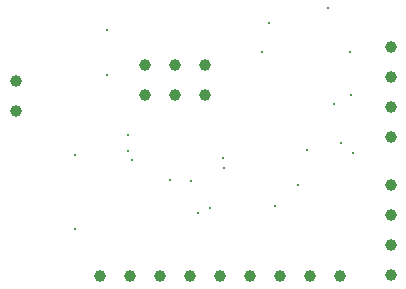
<source format=gbr>
%TF.GenerationSoftware,KiCad,Pcbnew,9.0.2*%
%TF.CreationDate,2025-07-25T22:05:17+05:30*%
%TF.ProjectId,mcu,6d63752e-6b69-4636-9164-5f7063625858,rev?*%
%TF.SameCoordinates,Original*%
%TF.FileFunction,Plated,1,2,PTH,Drill*%
%TF.FilePolarity,Positive*%
%FSLAX46Y46*%
G04 Gerber Fmt 4.6, Leading zero omitted, Abs format (unit mm)*
G04 Created by KiCad (PCBNEW 9.0.2) date 2025-07-25 22:05:17*
%MOMM*%
%LPD*%
G01*
G04 APERTURE LIST*
%TA.AperFunction,ViaDrill*%
%ADD10C,0.300000*%
%TD*%
%TA.AperFunction,ComponentDrill*%
%ADD11C,1.000000*%
%TD*%
G04 APERTURE END LIST*
D10*
X101200000Y-115000000D03*
X101200000Y-121275000D03*
X103910000Y-104370000D03*
X103930000Y-108200000D03*
X105640000Y-113260000D03*
X105670000Y-114650000D03*
X106010000Y-115420000D03*
X109260000Y-117080000D03*
X110980000Y-117210000D03*
X111630000Y-119910000D03*
X112580000Y-119500000D03*
X113750000Y-115210000D03*
X113790000Y-116070000D03*
X116990000Y-106280000D03*
X117620000Y-103785000D03*
X118140000Y-119260000D03*
X120080000Y-117500000D03*
X120799265Y-114559265D03*
X122570000Y-102570000D03*
X123100000Y-110690000D03*
X123720000Y-113920000D03*
X124490000Y-106270000D03*
X124550000Y-109890000D03*
X124720000Y-114837500D03*
D11*
%TO.C,BT1*%
X96160000Y-108715000D03*
X96160000Y-111255000D03*
%TO.C,J1*%
X103280000Y-125240000D03*
X105820000Y-125240000D03*
%TO.C,J4*%
X107120000Y-107340000D03*
X107120000Y-109880000D03*
%TO.C,J1*%
X108360000Y-125240000D03*
%TO.C,J4*%
X109660000Y-107340000D03*
X109660000Y-109880000D03*
%TO.C,J1*%
X110900000Y-125240000D03*
%TO.C,J4*%
X112200000Y-107340000D03*
X112200000Y-109880000D03*
%TO.C,J1*%
X113440000Y-125240000D03*
X115980000Y-125240000D03*
X118520000Y-125240000D03*
X121060000Y-125240000D03*
X123600000Y-125240000D03*
%TO.C,J3*%
X127910000Y-117490000D03*
X127910000Y-120030000D03*
X127910000Y-122570000D03*
X127910000Y-125110000D03*
%TO.C,J2*%
X127940000Y-105810000D03*
X127940000Y-108350000D03*
X127940000Y-110890000D03*
X127940000Y-113430000D03*
M02*

</source>
